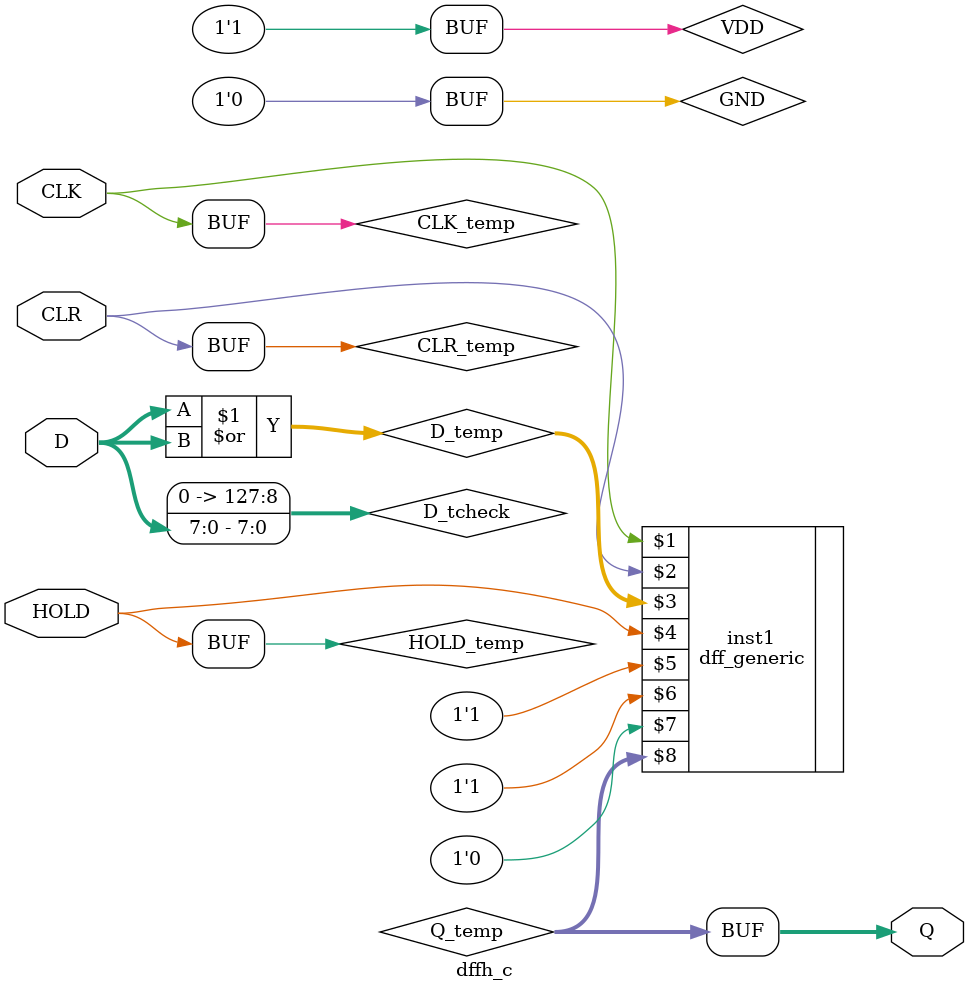
<source format=v>
module dffh_c(CLK,CLR,D,HOLD,Q);
  parameter N = 8;
  parameter DPFLAG = 1;
  parameter GROUP = "dpath1";
  parameter
        d_CLK_r = 0,
        d_CLK_f = 0,
        d_CLR_r = 0,
        d_CLR_f = 0,
        d_D = 0,
        d_HOLD_r = 0,
        d_HOLD_f = 0,
        d_Q = 1;
  input  CLK;
  input  CLR;
  input [(N - 1):0] D;
  input  HOLD;
  output [(N - 1):0] Q;
  wire  CLK_temp;
  wire  CLR_temp;
  wire [(N - 1):0] D_temp;
  wire  HOLD_temp;
  wire [(N - 1):0] Q_temp;
  supply0  GND;
  supply1  VDD;
  assign #(d_CLK_r,d_CLK_f) CLK_temp = CLK;
  assign #(d_CLR_r,d_CLR_f) CLR_temp = CLR;
  assign #(d_D) D_temp = D|D;
  assign #(d_HOLD_r,d_HOLD_f) HOLD_temp = HOLD;
  assign #(d_Q) Q = Q_temp;
  dff_generic #(N) inst1 (CLK_temp,CLR_temp,D_temp,HOLD_temp,VDD,VDD,GND,Q_temp);
  wire [127:0] D_tcheck = D;
  specify
    specparam
      t_hold_D = 0,
      t_setup_D = 0,
      t_hold_HOLD = 0,
      t_setup_HOLD = 0,
      t_width_CLR = 0;
    $hold(posedge CLK , D_tcheck , t_hold_D);
    $setup(D_tcheck , posedge CLK , t_setup_D);
    $hold(posedge CLK , HOLD , t_hold_HOLD);
    $setup(HOLD , posedge CLK , t_setup_HOLD);
    $width(negedge CLR , t_width_CLR);
  endspecify
endmodule

</source>
